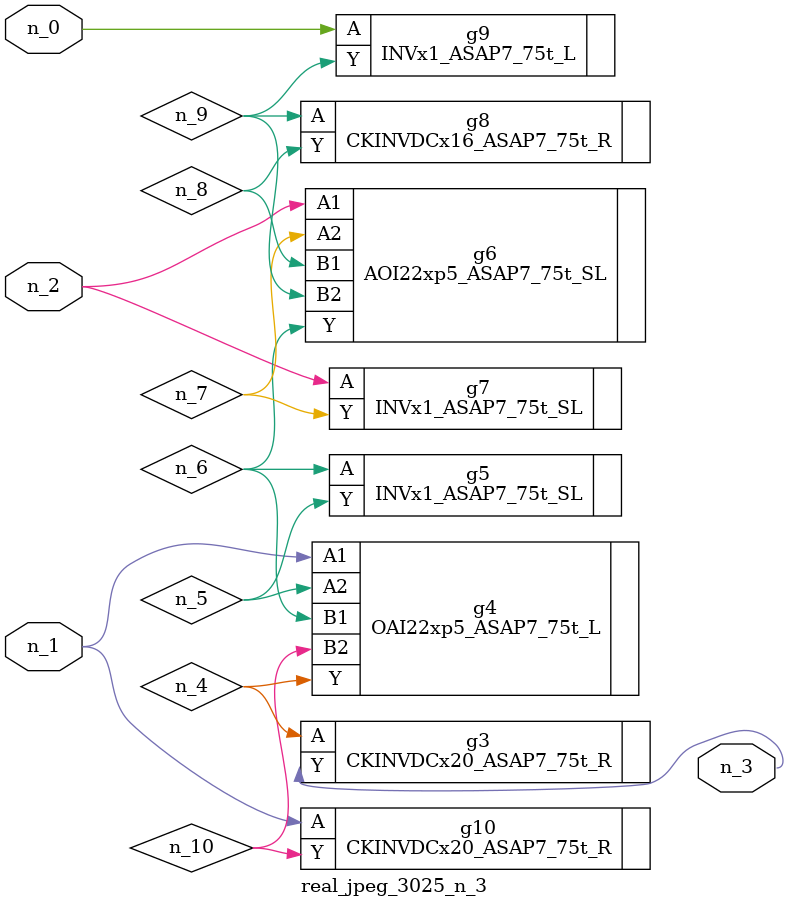
<source format=v>
module real_jpeg_3025_n_3 (n_1, n_0, n_2, n_3);

input n_1;
input n_0;
input n_2;

output n_3;

wire n_5;
wire n_8;
wire n_4;
wire n_6;
wire n_7;
wire n_10;
wire n_9;

INVx1_ASAP7_75t_L g9 ( 
.A(n_0),
.Y(n_9)
);

OAI22xp5_ASAP7_75t_L g4 ( 
.A1(n_1),
.A2(n_5),
.B1(n_6),
.B2(n_10),
.Y(n_4)
);

CKINVDCx20_ASAP7_75t_R g10 ( 
.A(n_1),
.Y(n_10)
);

AOI22xp5_ASAP7_75t_SL g6 ( 
.A1(n_2),
.A2(n_7),
.B1(n_8),
.B2(n_9),
.Y(n_6)
);

INVx1_ASAP7_75t_SL g7 ( 
.A(n_2),
.Y(n_7)
);

CKINVDCx20_ASAP7_75t_R g3 ( 
.A(n_4),
.Y(n_3)
);

INVx1_ASAP7_75t_SL g5 ( 
.A(n_6),
.Y(n_5)
);

CKINVDCx16_ASAP7_75t_R g8 ( 
.A(n_9),
.Y(n_8)
);


endmodule
</source>
